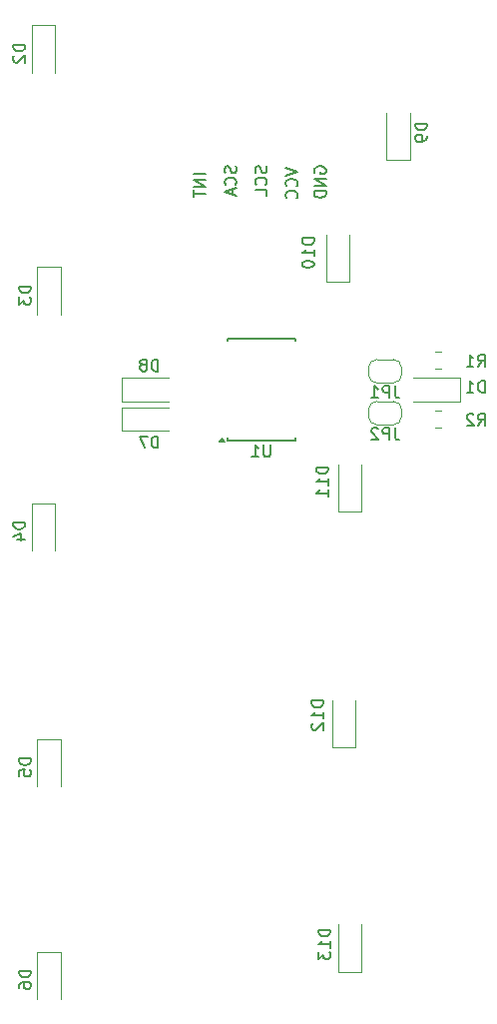
<source format=gbr>
%TF.GenerationSoftware,KiCad,Pcbnew,8.0.4-8.0.4-0~ubuntu22.04.1*%
%TF.CreationDate,2024-08-25T02:19:09+02:00*%
%TF.ProjectId,Deck-Btns,4465636b-2d42-4746-9e73-2e6b69636164,rev?*%
%TF.SameCoordinates,PX5ab1c60PY510ff40*%
%TF.FileFunction,Legend,Bot*%
%TF.FilePolarity,Positive*%
%FSLAX46Y46*%
G04 Gerber Fmt 4.6, Leading zero omitted, Abs format (unit mm)*
G04 Created by KiCad (PCBNEW 8.0.4-8.0.4-0~ubuntu22.04.1) date 2024-08-25 02:19:09*
%MOMM*%
%LPD*%
G01*
G04 APERTURE LIST*
%ADD10C,0.150000*%
%ADD11C,0.120000*%
G04 APERTURE END LIST*
D10*
X-2274300Y28910840D02*
X-2226681Y28767983D01*
X-2226681Y28767983D02*
X-2226681Y28529888D01*
X-2226681Y28529888D02*
X-2274300Y28434650D01*
X-2274300Y28434650D02*
X-2321920Y28387031D01*
X-2321920Y28387031D02*
X-2417158Y28339412D01*
X-2417158Y28339412D02*
X-2512396Y28339412D01*
X-2512396Y28339412D02*
X-2607634Y28387031D01*
X-2607634Y28387031D02*
X-2655253Y28434650D01*
X-2655253Y28434650D02*
X-2702872Y28529888D01*
X-2702872Y28529888D02*
X-2750491Y28720364D01*
X-2750491Y28720364D02*
X-2798110Y28815602D01*
X-2798110Y28815602D02*
X-2845729Y28863221D01*
X-2845729Y28863221D02*
X-2940967Y28910840D01*
X-2940967Y28910840D02*
X-3036205Y28910840D01*
X-3036205Y28910840D02*
X-3131443Y28863221D01*
X-3131443Y28863221D02*
X-3179062Y28815602D01*
X-3179062Y28815602D02*
X-3226681Y28720364D01*
X-3226681Y28720364D02*
X-3226681Y28482269D01*
X-3226681Y28482269D02*
X-3179062Y28339412D01*
X-2321920Y27339412D02*
X-2274300Y27387031D01*
X-2274300Y27387031D02*
X-2226681Y27529888D01*
X-2226681Y27529888D02*
X-2226681Y27625126D01*
X-2226681Y27625126D02*
X-2274300Y27767983D01*
X-2274300Y27767983D02*
X-2369539Y27863221D01*
X-2369539Y27863221D02*
X-2464777Y27910840D01*
X-2464777Y27910840D02*
X-2655253Y27958459D01*
X-2655253Y27958459D02*
X-2798110Y27958459D01*
X-2798110Y27958459D02*
X-2988586Y27910840D01*
X-2988586Y27910840D02*
X-3083824Y27863221D01*
X-3083824Y27863221D02*
X-3179062Y27767983D01*
X-3179062Y27767983D02*
X-3226681Y27625126D01*
X-3226681Y27625126D02*
X-3226681Y27529888D01*
X-3226681Y27529888D02*
X-3179062Y27387031D01*
X-3179062Y27387031D02*
X-3131443Y27339412D01*
X-2512396Y26958459D02*
X-2512396Y26482269D01*
X-2226681Y27053697D02*
X-3226681Y26720364D01*
X-3226681Y26720364D02*
X-2226681Y26387031D01*
X4420938Y28339412D02*
X4373319Y28434650D01*
X4373319Y28434650D02*
X4373319Y28577507D01*
X4373319Y28577507D02*
X4420938Y28720364D01*
X4420938Y28720364D02*
X4516176Y28815602D01*
X4516176Y28815602D02*
X4611414Y28863221D01*
X4611414Y28863221D02*
X4801890Y28910840D01*
X4801890Y28910840D02*
X4944747Y28910840D01*
X4944747Y28910840D02*
X5135223Y28863221D01*
X5135223Y28863221D02*
X5230461Y28815602D01*
X5230461Y28815602D02*
X5325700Y28720364D01*
X5325700Y28720364D02*
X5373319Y28577507D01*
X5373319Y28577507D02*
X5373319Y28482269D01*
X5373319Y28482269D02*
X5325700Y28339412D01*
X5325700Y28339412D02*
X5278080Y28291793D01*
X5278080Y28291793D02*
X4944747Y28291793D01*
X4944747Y28291793D02*
X4944747Y28482269D01*
X5373319Y27863221D02*
X4373319Y27863221D01*
X4373319Y27863221D02*
X5373319Y27291793D01*
X5373319Y27291793D02*
X4373319Y27291793D01*
X5373319Y26815602D02*
X4373319Y26815602D01*
X4373319Y26815602D02*
X4373319Y26577507D01*
X4373319Y26577507D02*
X4420938Y26434650D01*
X4420938Y26434650D02*
X4516176Y26339412D01*
X4516176Y26339412D02*
X4611414Y26291793D01*
X4611414Y26291793D02*
X4801890Y26244174D01*
X4801890Y26244174D02*
X4944747Y26244174D01*
X4944747Y26244174D02*
X5135223Y26291793D01*
X5135223Y26291793D02*
X5230461Y26339412D01*
X5230461Y26339412D02*
X5325700Y26434650D01*
X5325700Y26434650D02*
X5373319Y26577507D01*
X5373319Y26577507D02*
X5373319Y26815602D01*
X325700Y28910840D02*
X373319Y28767983D01*
X373319Y28767983D02*
X373319Y28529888D01*
X373319Y28529888D02*
X325700Y28434650D01*
X325700Y28434650D02*
X278080Y28387031D01*
X278080Y28387031D02*
X182842Y28339412D01*
X182842Y28339412D02*
X87604Y28339412D01*
X87604Y28339412D02*
X-7634Y28387031D01*
X-7634Y28387031D02*
X-55253Y28434650D01*
X-55253Y28434650D02*
X-102872Y28529888D01*
X-102872Y28529888D02*
X-150491Y28720364D01*
X-150491Y28720364D02*
X-198110Y28815602D01*
X-198110Y28815602D02*
X-245729Y28863221D01*
X-245729Y28863221D02*
X-340967Y28910840D01*
X-340967Y28910840D02*
X-436205Y28910840D01*
X-436205Y28910840D02*
X-531443Y28863221D01*
X-531443Y28863221D02*
X-579062Y28815602D01*
X-579062Y28815602D02*
X-626681Y28720364D01*
X-626681Y28720364D02*
X-626681Y28482269D01*
X-626681Y28482269D02*
X-579062Y28339412D01*
X278080Y27339412D02*
X325700Y27387031D01*
X325700Y27387031D02*
X373319Y27529888D01*
X373319Y27529888D02*
X373319Y27625126D01*
X373319Y27625126D02*
X325700Y27767983D01*
X325700Y27767983D02*
X230461Y27863221D01*
X230461Y27863221D02*
X135223Y27910840D01*
X135223Y27910840D02*
X-55253Y27958459D01*
X-55253Y27958459D02*
X-198110Y27958459D01*
X-198110Y27958459D02*
X-388586Y27910840D01*
X-388586Y27910840D02*
X-483824Y27863221D01*
X-483824Y27863221D02*
X-579062Y27767983D01*
X-579062Y27767983D02*
X-626681Y27625126D01*
X-626681Y27625126D02*
X-626681Y27529888D01*
X-626681Y27529888D02*
X-579062Y27387031D01*
X-579062Y27387031D02*
X-531443Y27339412D01*
X373319Y26434650D02*
X373319Y26910840D01*
X373319Y26910840D02*
X-626681Y26910840D01*
X-4826681Y28263221D02*
X-5826681Y28263221D01*
X-4826681Y27787031D02*
X-5826681Y27787031D01*
X-5826681Y27787031D02*
X-4826681Y27215603D01*
X-4826681Y27215603D02*
X-5826681Y27215603D01*
X-5826681Y26882269D02*
X-5826681Y26310841D01*
X-4826681Y26596555D02*
X-5826681Y26596555D01*
X1973319Y28806078D02*
X2973319Y28472745D01*
X2973319Y28472745D02*
X1973319Y28139412D01*
X2878080Y27234650D02*
X2925700Y27282269D01*
X2925700Y27282269D02*
X2973319Y27425126D01*
X2973319Y27425126D02*
X2973319Y27520364D01*
X2973319Y27520364D02*
X2925700Y27663221D01*
X2925700Y27663221D02*
X2830461Y27758459D01*
X2830461Y27758459D02*
X2735223Y27806078D01*
X2735223Y27806078D02*
X2544747Y27853697D01*
X2544747Y27853697D02*
X2401890Y27853697D01*
X2401890Y27853697D02*
X2211414Y27806078D01*
X2211414Y27806078D02*
X2116176Y27758459D01*
X2116176Y27758459D02*
X2020938Y27663221D01*
X2020938Y27663221D02*
X1973319Y27520364D01*
X1973319Y27520364D02*
X1973319Y27425126D01*
X1973319Y27425126D02*
X2020938Y27282269D01*
X2020938Y27282269D02*
X2068557Y27234650D01*
X2878080Y26234650D02*
X2925700Y26282269D01*
X2925700Y26282269D02*
X2973319Y26425126D01*
X2973319Y26425126D02*
X2973319Y26520364D01*
X2973319Y26520364D02*
X2925700Y26663221D01*
X2925700Y26663221D02*
X2830461Y26758459D01*
X2830461Y26758459D02*
X2735223Y26806078D01*
X2735223Y26806078D02*
X2544747Y26853697D01*
X2544747Y26853697D02*
X2401890Y26853697D01*
X2401890Y26853697D02*
X2211414Y26806078D01*
X2211414Y26806078D02*
X2116176Y26758459D01*
X2116176Y26758459D02*
X2020938Y26663221D01*
X2020938Y26663221D02*
X1973319Y26520364D01*
X1973319Y26520364D02*
X1973319Y26425126D01*
X1973319Y26425126D02*
X2020938Y26282269D01*
X2020938Y26282269D02*
X2068557Y26234650D01*
X-20145181Y39238095D02*
X-21145181Y39238095D01*
X-21145181Y39238095D02*
X-21145181Y39000000D01*
X-21145181Y39000000D02*
X-21097562Y38857143D01*
X-21097562Y38857143D02*
X-21002324Y38761905D01*
X-21002324Y38761905D02*
X-20907086Y38714286D01*
X-20907086Y38714286D02*
X-20716610Y38666667D01*
X-20716610Y38666667D02*
X-20573753Y38666667D01*
X-20573753Y38666667D02*
X-20383277Y38714286D01*
X-20383277Y38714286D02*
X-20288039Y38761905D01*
X-20288039Y38761905D02*
X-20192800Y38857143D01*
X-20192800Y38857143D02*
X-20145181Y39000000D01*
X-20145181Y39000000D02*
X-20145181Y39238095D01*
X-21049943Y38285714D02*
X-21097562Y38238095D01*
X-21097562Y38238095D02*
X-21145181Y38142857D01*
X-21145181Y38142857D02*
X-21145181Y37904762D01*
X-21145181Y37904762D02*
X-21097562Y37809524D01*
X-21097562Y37809524D02*
X-21049943Y37761905D01*
X-21049943Y37761905D02*
X-20954705Y37714286D01*
X-20954705Y37714286D02*
X-20859467Y37714286D01*
X-20859467Y37714286D02*
X-20716610Y37761905D01*
X-20716610Y37761905D02*
X-20145181Y38333333D01*
X-20145181Y38333333D02*
X-20145181Y37714286D01*
X5554819Y3414286D02*
X4554819Y3414286D01*
X4554819Y3414286D02*
X4554819Y3176191D01*
X4554819Y3176191D02*
X4602438Y3033334D01*
X4602438Y3033334D02*
X4697676Y2938096D01*
X4697676Y2938096D02*
X4792914Y2890477D01*
X4792914Y2890477D02*
X4983390Y2842858D01*
X4983390Y2842858D02*
X5126247Y2842858D01*
X5126247Y2842858D02*
X5316723Y2890477D01*
X5316723Y2890477D02*
X5411961Y2938096D01*
X5411961Y2938096D02*
X5507200Y3033334D01*
X5507200Y3033334D02*
X5554819Y3176191D01*
X5554819Y3176191D02*
X5554819Y3414286D01*
X5554819Y1890477D02*
X5554819Y2461905D01*
X5554819Y2176191D02*
X4554819Y2176191D01*
X4554819Y2176191D02*
X4697676Y2271429D01*
X4697676Y2271429D02*
X4792914Y2366667D01*
X4792914Y2366667D02*
X4840533Y2461905D01*
X5554819Y938096D02*
X5554819Y1509524D01*
X5554819Y1223810D02*
X4554819Y1223810D01*
X4554819Y1223810D02*
X4697676Y1319048D01*
X4697676Y1319048D02*
X4792914Y1414286D01*
X4792914Y1414286D02*
X4840533Y1509524D01*
X18266666Y11945181D02*
X18599999Y12421372D01*
X18838094Y11945181D02*
X18838094Y12945181D01*
X18838094Y12945181D02*
X18457142Y12945181D01*
X18457142Y12945181D02*
X18361904Y12897562D01*
X18361904Y12897562D02*
X18314285Y12849943D01*
X18314285Y12849943D02*
X18266666Y12754705D01*
X18266666Y12754705D02*
X18266666Y12611848D01*
X18266666Y12611848D02*
X18314285Y12516610D01*
X18314285Y12516610D02*
X18361904Y12468991D01*
X18361904Y12468991D02*
X18457142Y12421372D01*
X18457142Y12421372D02*
X18838094Y12421372D01*
X17314285Y11945181D02*
X17885713Y11945181D01*
X17599999Y11945181D02*
X17599999Y12945181D01*
X17599999Y12945181D02*
X17695237Y12802324D01*
X17695237Y12802324D02*
X17790475Y12707086D01*
X17790475Y12707086D02*
X17885713Y12659467D01*
X5154819Y-16385714D02*
X4154819Y-16385714D01*
X4154819Y-16385714D02*
X4154819Y-16623809D01*
X4154819Y-16623809D02*
X4202438Y-16766666D01*
X4202438Y-16766666D02*
X4297676Y-16861904D01*
X4297676Y-16861904D02*
X4392914Y-16909523D01*
X4392914Y-16909523D02*
X4583390Y-16957142D01*
X4583390Y-16957142D02*
X4726247Y-16957142D01*
X4726247Y-16957142D02*
X4916723Y-16909523D01*
X4916723Y-16909523D02*
X5011961Y-16861904D01*
X5011961Y-16861904D02*
X5107200Y-16766666D01*
X5107200Y-16766666D02*
X5154819Y-16623809D01*
X5154819Y-16623809D02*
X5154819Y-16385714D01*
X5154819Y-17909523D02*
X5154819Y-17338095D01*
X5154819Y-17623809D02*
X4154819Y-17623809D01*
X4154819Y-17623809D02*
X4297676Y-17528571D01*
X4297676Y-17528571D02*
X4392914Y-17433333D01*
X4392914Y-17433333D02*
X4440533Y-17338095D01*
X4250057Y-18290476D02*
X4202438Y-18338095D01*
X4202438Y-18338095D02*
X4154819Y-18433333D01*
X4154819Y-18433333D02*
X4154819Y-18671428D01*
X4154819Y-18671428D02*
X4202438Y-18766666D01*
X4202438Y-18766666D02*
X4250057Y-18814285D01*
X4250057Y-18814285D02*
X4345295Y-18861904D01*
X4345295Y-18861904D02*
X4440533Y-18861904D01*
X4440533Y-18861904D02*
X4583390Y-18814285D01*
X4583390Y-18814285D02*
X5154819Y-18242857D01*
X5154819Y-18242857D02*
X5154819Y-18861904D01*
X-19645181Y-39261905D02*
X-20645181Y-39261905D01*
X-20645181Y-39261905D02*
X-20645181Y-39500000D01*
X-20645181Y-39500000D02*
X-20597562Y-39642857D01*
X-20597562Y-39642857D02*
X-20502324Y-39738095D01*
X-20502324Y-39738095D02*
X-20407086Y-39785714D01*
X-20407086Y-39785714D02*
X-20216610Y-39833333D01*
X-20216610Y-39833333D02*
X-20073753Y-39833333D01*
X-20073753Y-39833333D02*
X-19883277Y-39785714D01*
X-19883277Y-39785714D02*
X-19788039Y-39738095D01*
X-19788039Y-39738095D02*
X-19692800Y-39642857D01*
X-19692800Y-39642857D02*
X-19645181Y-39500000D01*
X-19645181Y-39500000D02*
X-19645181Y-39261905D01*
X-20645181Y-40690476D02*
X-20645181Y-40500000D01*
X-20645181Y-40500000D02*
X-20597562Y-40404762D01*
X-20597562Y-40404762D02*
X-20549943Y-40357143D01*
X-20549943Y-40357143D02*
X-20407086Y-40261905D01*
X-20407086Y-40261905D02*
X-20216610Y-40214286D01*
X-20216610Y-40214286D02*
X-19835658Y-40214286D01*
X-19835658Y-40214286D02*
X-19740420Y-40261905D01*
X-19740420Y-40261905D02*
X-19692800Y-40309524D01*
X-19692800Y-40309524D02*
X-19645181Y-40404762D01*
X-19645181Y-40404762D02*
X-19645181Y-40595238D01*
X-19645181Y-40595238D02*
X-19692800Y-40690476D01*
X-19692800Y-40690476D02*
X-19740420Y-40738095D01*
X-19740420Y-40738095D02*
X-19835658Y-40785714D01*
X-19835658Y-40785714D02*
X-20073753Y-40785714D01*
X-20073753Y-40785714D02*
X-20168991Y-40738095D01*
X-20168991Y-40738095D02*
X-20216610Y-40690476D01*
X-20216610Y-40690476D02*
X-20264229Y-40595238D01*
X-20264229Y-40595238D02*
X-20264229Y-40404762D01*
X-20264229Y-40404762D02*
X-20216610Y-40309524D01*
X-20216610Y-40309524D02*
X-20168991Y-40261905D01*
X-20168991Y-40261905D02*
X-20073753Y-40214286D01*
X5754819Y-35785714D02*
X4754819Y-35785714D01*
X4754819Y-35785714D02*
X4754819Y-36023809D01*
X4754819Y-36023809D02*
X4802438Y-36166666D01*
X4802438Y-36166666D02*
X4897676Y-36261904D01*
X4897676Y-36261904D02*
X4992914Y-36309523D01*
X4992914Y-36309523D02*
X5183390Y-36357142D01*
X5183390Y-36357142D02*
X5326247Y-36357142D01*
X5326247Y-36357142D02*
X5516723Y-36309523D01*
X5516723Y-36309523D02*
X5611961Y-36261904D01*
X5611961Y-36261904D02*
X5707200Y-36166666D01*
X5707200Y-36166666D02*
X5754819Y-36023809D01*
X5754819Y-36023809D02*
X5754819Y-35785714D01*
X5754819Y-37309523D02*
X5754819Y-36738095D01*
X5754819Y-37023809D02*
X4754819Y-37023809D01*
X4754819Y-37023809D02*
X4897676Y-36928571D01*
X4897676Y-36928571D02*
X4992914Y-36833333D01*
X4992914Y-36833333D02*
X5040533Y-36738095D01*
X4754819Y-37642857D02*
X4754819Y-38261904D01*
X4754819Y-38261904D02*
X5135771Y-37928571D01*
X5135771Y-37928571D02*
X5135771Y-38071428D01*
X5135771Y-38071428D02*
X5183390Y-38166666D01*
X5183390Y-38166666D02*
X5231009Y-38214285D01*
X5231009Y-38214285D02*
X5326247Y-38261904D01*
X5326247Y-38261904D02*
X5564342Y-38261904D01*
X5564342Y-38261904D02*
X5659580Y-38214285D01*
X5659580Y-38214285D02*
X5707200Y-38166666D01*
X5707200Y-38166666D02*
X5754819Y-38071428D01*
X5754819Y-38071428D02*
X5754819Y-37785714D01*
X5754819Y-37785714D02*
X5707200Y-37690476D01*
X5707200Y-37690476D02*
X5659580Y-37642857D01*
X11233333Y6745181D02*
X11233333Y6030896D01*
X11233333Y6030896D02*
X11280952Y5888039D01*
X11280952Y5888039D02*
X11376190Y5792800D01*
X11376190Y5792800D02*
X11519047Y5745181D01*
X11519047Y5745181D02*
X11614285Y5745181D01*
X10757142Y5745181D02*
X10757142Y6745181D01*
X10757142Y6745181D02*
X10376190Y6745181D01*
X10376190Y6745181D02*
X10280952Y6697562D01*
X10280952Y6697562D02*
X10233333Y6649943D01*
X10233333Y6649943D02*
X10185714Y6554705D01*
X10185714Y6554705D02*
X10185714Y6411848D01*
X10185714Y6411848D02*
X10233333Y6316610D01*
X10233333Y6316610D02*
X10280952Y6268991D01*
X10280952Y6268991D02*
X10376190Y6221372D01*
X10376190Y6221372D02*
X10757142Y6221372D01*
X9804761Y6649943D02*
X9757142Y6697562D01*
X9757142Y6697562D02*
X9661904Y6745181D01*
X9661904Y6745181D02*
X9423809Y6745181D01*
X9423809Y6745181D02*
X9328571Y6697562D01*
X9328571Y6697562D02*
X9280952Y6649943D01*
X9280952Y6649943D02*
X9233333Y6554705D01*
X9233333Y6554705D02*
X9233333Y6459467D01*
X9233333Y6459467D02*
X9280952Y6316610D01*
X9280952Y6316610D02*
X9852380Y5745181D01*
X9852380Y5745181D02*
X9233333Y5745181D01*
X-8861906Y11545181D02*
X-8861906Y12545181D01*
X-8861906Y12545181D02*
X-9100001Y12545181D01*
X-9100001Y12545181D02*
X-9242858Y12497562D01*
X-9242858Y12497562D02*
X-9338096Y12402324D01*
X-9338096Y12402324D02*
X-9385715Y12307086D01*
X-9385715Y12307086D02*
X-9433334Y12116610D01*
X-9433334Y12116610D02*
X-9433334Y11973753D01*
X-9433334Y11973753D02*
X-9385715Y11783277D01*
X-9385715Y11783277D02*
X-9338096Y11688039D01*
X-9338096Y11688039D02*
X-9242858Y11592800D01*
X-9242858Y11592800D02*
X-9100001Y11545181D01*
X-9100001Y11545181D02*
X-8861906Y11545181D01*
X-10004763Y12116610D02*
X-9909525Y12164229D01*
X-9909525Y12164229D02*
X-9861906Y12211848D01*
X-9861906Y12211848D02*
X-9814287Y12307086D01*
X-9814287Y12307086D02*
X-9814287Y12354705D01*
X-9814287Y12354705D02*
X-9861906Y12449943D01*
X-9861906Y12449943D02*
X-9909525Y12497562D01*
X-9909525Y12497562D02*
X-10004763Y12545181D01*
X-10004763Y12545181D02*
X-10195239Y12545181D01*
X-10195239Y12545181D02*
X-10290477Y12497562D01*
X-10290477Y12497562D02*
X-10338096Y12449943D01*
X-10338096Y12449943D02*
X-10385715Y12354705D01*
X-10385715Y12354705D02*
X-10385715Y12307086D01*
X-10385715Y12307086D02*
X-10338096Y12211848D01*
X-10338096Y12211848D02*
X-10290477Y12164229D01*
X-10290477Y12164229D02*
X-10195239Y12116610D01*
X-10195239Y12116610D02*
X-10004763Y12116610D01*
X-10004763Y12116610D02*
X-9909525Y12068991D01*
X-9909525Y12068991D02*
X-9861906Y12021372D01*
X-9861906Y12021372D02*
X-9814287Y11926134D01*
X-9814287Y11926134D02*
X-9814287Y11735658D01*
X-9814287Y11735658D02*
X-9861906Y11640420D01*
X-9861906Y11640420D02*
X-9909525Y11592800D01*
X-9909525Y11592800D02*
X-10004763Y11545181D01*
X-10004763Y11545181D02*
X-10195239Y11545181D01*
X-10195239Y11545181D02*
X-10290477Y11592800D01*
X-10290477Y11592800D02*
X-10338096Y11640420D01*
X-10338096Y11640420D02*
X-10385715Y11735658D01*
X-10385715Y11735658D02*
X-10385715Y11926134D01*
X-10385715Y11926134D02*
X-10338096Y12021372D01*
X-10338096Y12021372D02*
X-10290477Y12068991D01*
X-10290477Y12068991D02*
X-10195239Y12116610D01*
X-19645181Y18738095D02*
X-20645181Y18738095D01*
X-20645181Y18738095D02*
X-20645181Y18500000D01*
X-20645181Y18500000D02*
X-20597562Y18357143D01*
X-20597562Y18357143D02*
X-20502324Y18261905D01*
X-20502324Y18261905D02*
X-20407086Y18214286D01*
X-20407086Y18214286D02*
X-20216610Y18166667D01*
X-20216610Y18166667D02*
X-20073753Y18166667D01*
X-20073753Y18166667D02*
X-19883277Y18214286D01*
X-19883277Y18214286D02*
X-19788039Y18261905D01*
X-19788039Y18261905D02*
X-19692800Y18357143D01*
X-19692800Y18357143D02*
X-19645181Y18500000D01*
X-19645181Y18500000D02*
X-19645181Y18738095D01*
X-20645181Y17833333D02*
X-20645181Y17214286D01*
X-20645181Y17214286D02*
X-20264229Y17547619D01*
X-20264229Y17547619D02*
X-20264229Y17404762D01*
X-20264229Y17404762D02*
X-20216610Y17309524D01*
X-20216610Y17309524D02*
X-20168991Y17261905D01*
X-20168991Y17261905D02*
X-20073753Y17214286D01*
X-20073753Y17214286D02*
X-19835658Y17214286D01*
X-19835658Y17214286D02*
X-19740420Y17261905D01*
X-19740420Y17261905D02*
X-19692800Y17309524D01*
X-19692800Y17309524D02*
X-19645181Y17404762D01*
X-19645181Y17404762D02*
X-19645181Y17690476D01*
X-19645181Y17690476D02*
X-19692800Y17785714D01*
X-19692800Y17785714D02*
X-19740420Y17833333D01*
X661904Y5295181D02*
X661904Y4485658D01*
X661904Y4485658D02*
X614285Y4390420D01*
X614285Y4390420D02*
X566666Y4342800D01*
X566666Y4342800D02*
X471428Y4295181D01*
X471428Y4295181D02*
X280952Y4295181D01*
X280952Y4295181D02*
X185714Y4342800D01*
X185714Y4342800D02*
X138095Y4390420D01*
X138095Y4390420D02*
X90476Y4485658D01*
X90476Y4485658D02*
X90476Y5295181D01*
X-909524Y4295181D02*
X-338096Y4295181D01*
X-623810Y4295181D02*
X-623810Y5295181D01*
X-623810Y5295181D02*
X-528572Y5152324D01*
X-528572Y5152324D02*
X-433334Y5057086D01*
X-433334Y5057086D02*
X-338096Y5009467D01*
X-20145181Y-1261905D02*
X-21145181Y-1261905D01*
X-21145181Y-1261905D02*
X-21145181Y-1500000D01*
X-21145181Y-1500000D02*
X-21097562Y-1642857D01*
X-21097562Y-1642857D02*
X-21002324Y-1738095D01*
X-21002324Y-1738095D02*
X-20907086Y-1785714D01*
X-20907086Y-1785714D02*
X-20716610Y-1833333D01*
X-20716610Y-1833333D02*
X-20573753Y-1833333D01*
X-20573753Y-1833333D02*
X-20383277Y-1785714D01*
X-20383277Y-1785714D02*
X-20288039Y-1738095D01*
X-20288039Y-1738095D02*
X-20192800Y-1642857D01*
X-20192800Y-1642857D02*
X-20145181Y-1500000D01*
X-20145181Y-1500000D02*
X-20145181Y-1261905D01*
X-20811848Y-2690476D02*
X-20145181Y-2690476D01*
X-21192800Y-2452381D02*
X-20478515Y-2214286D01*
X-20478515Y-2214286D02*
X-20478515Y-2833333D01*
X18838094Y9745181D02*
X18838094Y10745181D01*
X18838094Y10745181D02*
X18599999Y10745181D01*
X18599999Y10745181D02*
X18457142Y10697562D01*
X18457142Y10697562D02*
X18361904Y10602324D01*
X18361904Y10602324D02*
X18314285Y10507086D01*
X18314285Y10507086D02*
X18266666Y10316610D01*
X18266666Y10316610D02*
X18266666Y10173753D01*
X18266666Y10173753D02*
X18314285Y9983277D01*
X18314285Y9983277D02*
X18361904Y9888039D01*
X18361904Y9888039D02*
X18457142Y9792800D01*
X18457142Y9792800D02*
X18599999Y9745181D01*
X18599999Y9745181D02*
X18838094Y9745181D01*
X17314285Y9745181D02*
X17885713Y9745181D01*
X17599999Y9745181D02*
X17599999Y10745181D01*
X17599999Y10745181D02*
X17695237Y10602324D01*
X17695237Y10602324D02*
X17790475Y10507086D01*
X17790475Y10507086D02*
X17885713Y10459467D01*
X11233333Y10295181D02*
X11233333Y9580896D01*
X11233333Y9580896D02*
X11280952Y9438039D01*
X11280952Y9438039D02*
X11376190Y9342800D01*
X11376190Y9342800D02*
X11519047Y9295181D01*
X11519047Y9295181D02*
X11614285Y9295181D01*
X10757142Y9295181D02*
X10757142Y10295181D01*
X10757142Y10295181D02*
X10376190Y10295181D01*
X10376190Y10295181D02*
X10280952Y10247562D01*
X10280952Y10247562D02*
X10233333Y10199943D01*
X10233333Y10199943D02*
X10185714Y10104705D01*
X10185714Y10104705D02*
X10185714Y9961848D01*
X10185714Y9961848D02*
X10233333Y9866610D01*
X10233333Y9866610D02*
X10280952Y9818991D01*
X10280952Y9818991D02*
X10376190Y9771372D01*
X10376190Y9771372D02*
X10757142Y9771372D01*
X9233333Y9295181D02*
X9804761Y9295181D01*
X9519047Y9295181D02*
X9519047Y10295181D01*
X9519047Y10295181D02*
X9614285Y10152324D01*
X9614285Y10152324D02*
X9709523Y10057086D01*
X9709523Y10057086D02*
X9804761Y10009467D01*
X-19645181Y-21261905D02*
X-20645181Y-21261905D01*
X-20645181Y-21261905D02*
X-20645181Y-21500000D01*
X-20645181Y-21500000D02*
X-20597562Y-21642857D01*
X-20597562Y-21642857D02*
X-20502324Y-21738095D01*
X-20502324Y-21738095D02*
X-20407086Y-21785714D01*
X-20407086Y-21785714D02*
X-20216610Y-21833333D01*
X-20216610Y-21833333D02*
X-20073753Y-21833333D01*
X-20073753Y-21833333D02*
X-19883277Y-21785714D01*
X-19883277Y-21785714D02*
X-19788039Y-21738095D01*
X-19788039Y-21738095D02*
X-19692800Y-21642857D01*
X-19692800Y-21642857D02*
X-19645181Y-21500000D01*
X-19645181Y-21500000D02*
X-19645181Y-21261905D01*
X-20645181Y-22738095D02*
X-20645181Y-22261905D01*
X-20645181Y-22261905D02*
X-20168991Y-22214286D01*
X-20168991Y-22214286D02*
X-20216610Y-22261905D01*
X-20216610Y-22261905D02*
X-20264229Y-22357143D01*
X-20264229Y-22357143D02*
X-20264229Y-22595238D01*
X-20264229Y-22595238D02*
X-20216610Y-22690476D01*
X-20216610Y-22690476D02*
X-20168991Y-22738095D01*
X-20168991Y-22738095D02*
X-20073753Y-22785714D01*
X-20073753Y-22785714D02*
X-19835658Y-22785714D01*
X-19835658Y-22785714D02*
X-19740420Y-22738095D01*
X-19740420Y-22738095D02*
X-19692800Y-22690476D01*
X-19692800Y-22690476D02*
X-19645181Y-22595238D01*
X-19645181Y-22595238D02*
X-19645181Y-22357143D01*
X-19645181Y-22357143D02*
X-19692800Y-22261905D01*
X-19692800Y-22261905D02*
X-19740420Y-22214286D01*
X13954819Y32538095D02*
X12954819Y32538095D01*
X12954819Y32538095D02*
X12954819Y32300000D01*
X12954819Y32300000D02*
X13002438Y32157143D01*
X13002438Y32157143D02*
X13097676Y32061905D01*
X13097676Y32061905D02*
X13192914Y32014286D01*
X13192914Y32014286D02*
X13383390Y31966667D01*
X13383390Y31966667D02*
X13526247Y31966667D01*
X13526247Y31966667D02*
X13716723Y32014286D01*
X13716723Y32014286D02*
X13811961Y32061905D01*
X13811961Y32061905D02*
X13907200Y32157143D01*
X13907200Y32157143D02*
X13954819Y32300000D01*
X13954819Y32300000D02*
X13954819Y32538095D01*
X13954819Y31490476D02*
X13954819Y31300000D01*
X13954819Y31300000D02*
X13907200Y31204762D01*
X13907200Y31204762D02*
X13859580Y31157143D01*
X13859580Y31157143D02*
X13716723Y31061905D01*
X13716723Y31061905D02*
X13526247Y31014286D01*
X13526247Y31014286D02*
X13145295Y31014286D01*
X13145295Y31014286D02*
X13050057Y31061905D01*
X13050057Y31061905D02*
X13002438Y31109524D01*
X13002438Y31109524D02*
X12954819Y31204762D01*
X12954819Y31204762D02*
X12954819Y31395238D01*
X12954819Y31395238D02*
X13002438Y31490476D01*
X13002438Y31490476D02*
X13050057Y31538095D01*
X13050057Y31538095D02*
X13145295Y31585714D01*
X13145295Y31585714D02*
X13383390Y31585714D01*
X13383390Y31585714D02*
X13478628Y31538095D01*
X13478628Y31538095D02*
X13526247Y31490476D01*
X13526247Y31490476D02*
X13573866Y31395238D01*
X13573866Y31395238D02*
X13573866Y31204762D01*
X13573866Y31204762D02*
X13526247Y31109524D01*
X13526247Y31109524D02*
X13478628Y31061905D01*
X13478628Y31061905D02*
X13383390Y31014286D01*
X18266666Y6945181D02*
X18599999Y7421372D01*
X18838094Y6945181D02*
X18838094Y7945181D01*
X18838094Y7945181D02*
X18457142Y7945181D01*
X18457142Y7945181D02*
X18361904Y7897562D01*
X18361904Y7897562D02*
X18314285Y7849943D01*
X18314285Y7849943D02*
X18266666Y7754705D01*
X18266666Y7754705D02*
X18266666Y7611848D01*
X18266666Y7611848D02*
X18314285Y7516610D01*
X18314285Y7516610D02*
X18361904Y7468991D01*
X18361904Y7468991D02*
X18457142Y7421372D01*
X18457142Y7421372D02*
X18838094Y7421372D01*
X17885713Y7849943D02*
X17838094Y7897562D01*
X17838094Y7897562D02*
X17742856Y7945181D01*
X17742856Y7945181D02*
X17504761Y7945181D01*
X17504761Y7945181D02*
X17409523Y7897562D01*
X17409523Y7897562D02*
X17361904Y7849943D01*
X17361904Y7849943D02*
X17314285Y7754705D01*
X17314285Y7754705D02*
X17314285Y7659467D01*
X17314285Y7659467D02*
X17361904Y7516610D01*
X17361904Y7516610D02*
X17933332Y6945181D01*
X17933332Y6945181D02*
X17314285Y6945181D01*
X4354819Y22814286D02*
X3354819Y22814286D01*
X3354819Y22814286D02*
X3354819Y22576191D01*
X3354819Y22576191D02*
X3402438Y22433334D01*
X3402438Y22433334D02*
X3497676Y22338096D01*
X3497676Y22338096D02*
X3592914Y22290477D01*
X3592914Y22290477D02*
X3783390Y22242858D01*
X3783390Y22242858D02*
X3926247Y22242858D01*
X3926247Y22242858D02*
X4116723Y22290477D01*
X4116723Y22290477D02*
X4211961Y22338096D01*
X4211961Y22338096D02*
X4307200Y22433334D01*
X4307200Y22433334D02*
X4354819Y22576191D01*
X4354819Y22576191D02*
X4354819Y22814286D01*
X4354819Y21290477D02*
X4354819Y21861905D01*
X4354819Y21576191D02*
X3354819Y21576191D01*
X3354819Y21576191D02*
X3497676Y21671429D01*
X3497676Y21671429D02*
X3592914Y21766667D01*
X3592914Y21766667D02*
X3640533Y21861905D01*
X3354819Y20671429D02*
X3354819Y20576191D01*
X3354819Y20576191D02*
X3402438Y20480953D01*
X3402438Y20480953D02*
X3450057Y20433334D01*
X3450057Y20433334D02*
X3545295Y20385715D01*
X3545295Y20385715D02*
X3735771Y20338096D01*
X3735771Y20338096D02*
X3973866Y20338096D01*
X3973866Y20338096D02*
X4164342Y20385715D01*
X4164342Y20385715D02*
X4259580Y20433334D01*
X4259580Y20433334D02*
X4307200Y20480953D01*
X4307200Y20480953D02*
X4354819Y20576191D01*
X4354819Y20576191D02*
X4354819Y20671429D01*
X4354819Y20671429D02*
X4307200Y20766667D01*
X4307200Y20766667D02*
X4259580Y20814286D01*
X4259580Y20814286D02*
X4164342Y20861905D01*
X4164342Y20861905D02*
X3973866Y20909524D01*
X3973866Y20909524D02*
X3735771Y20909524D01*
X3735771Y20909524D02*
X3545295Y20861905D01*
X3545295Y20861905D02*
X3450057Y20814286D01*
X3450057Y20814286D02*
X3402438Y20766667D01*
X3402438Y20766667D02*
X3354819Y20671429D01*
X-8861906Y5045181D02*
X-8861906Y6045181D01*
X-8861906Y6045181D02*
X-9100001Y6045181D01*
X-9100001Y6045181D02*
X-9242858Y5997562D01*
X-9242858Y5997562D02*
X-9338096Y5902324D01*
X-9338096Y5902324D02*
X-9385715Y5807086D01*
X-9385715Y5807086D02*
X-9433334Y5616610D01*
X-9433334Y5616610D02*
X-9433334Y5473753D01*
X-9433334Y5473753D02*
X-9385715Y5283277D01*
X-9385715Y5283277D02*
X-9338096Y5188039D01*
X-9338096Y5188039D02*
X-9242858Y5092800D01*
X-9242858Y5092800D02*
X-9100001Y5045181D01*
X-9100001Y5045181D02*
X-8861906Y5045181D01*
X-9766668Y6045181D02*
X-10433334Y6045181D01*
X-10433334Y6045181D02*
X-10004763Y5045181D01*
D11*
%TO.C,D2*%
X-19600000Y36850000D02*
X-19600000Y40860000D01*
X-17600000Y40860000D02*
X-19600000Y40860000D01*
X-17600000Y36850000D02*
X-17600000Y40860000D01*
%TO.C,D11*%
X6400000Y3650000D02*
X6400000Y-360000D01*
X6400000Y-360000D02*
X8400000Y-360000D01*
X8400000Y3650000D02*
X8400000Y-360000D01*
%TO.C,R1*%
X15127064Y13235000D02*
X14672936Y13235000D01*
X15127064Y11765000D02*
X14672936Y11765000D01*
%TO.C,D12*%
X5900000Y-16350000D02*
X5900000Y-20360000D01*
X5900000Y-20360000D02*
X7900000Y-20360000D01*
X7900000Y-16350000D02*
X7900000Y-20360000D01*
%TO.C,D6*%
X-19100000Y-41650000D02*
X-19100000Y-37640000D01*
X-17100000Y-37640000D02*
X-19100000Y-37640000D01*
X-17100000Y-41650000D02*
X-17100000Y-37640000D01*
%TO.C,D13*%
X6400000Y-35350000D02*
X6400000Y-39360000D01*
X6400000Y-39360000D02*
X8400000Y-39360000D01*
X8400000Y-35350000D02*
X8400000Y-39360000D01*
%TO.C,JP2*%
X9000000Y7700000D02*
X9000000Y8300000D01*
X9700000Y9000000D02*
X11100000Y9000000D01*
X11100000Y7000000D02*
X9700000Y7000000D01*
X11800000Y8300000D02*
X11800000Y7700000D01*
X9000000Y8300000D02*
G75*
G02*
X9700000Y9000000I699999J1D01*
G01*
X9700000Y7000000D02*
G75*
G02*
X9000000Y7700000I-1J699999D01*
G01*
X11100000Y9000000D02*
G75*
G02*
X11800000Y8300000I0J-700000D01*
G01*
X11800000Y7700000D02*
G75*
G02*
X11100000Y7000000I-700000J0D01*
G01*
%TO.C,D8*%
X-11960000Y11000000D02*
X-11960000Y9000000D01*
X-7950000Y11000000D02*
X-11960000Y11000000D01*
X-7950000Y9000000D02*
X-11960000Y9000000D01*
%TO.C,D3*%
X-19100000Y16350000D02*
X-19100000Y20360000D01*
X-17100000Y20360000D02*
X-19100000Y20360000D01*
X-17100000Y16350000D02*
X-17100000Y20360000D01*
D10*
%TO.C,U1*%
X-2975000Y14100000D02*
X-2975000Y14325000D01*
X-2975000Y5900000D02*
X-2975000Y5675000D01*
X2775000Y14325000D02*
X-2975000Y14325000D01*
X2775000Y14100000D02*
X2775000Y14325000D01*
X2775000Y5900000D02*
X2775000Y5675000D01*
X2775000Y5675000D02*
X-2975000Y5675000D01*
D11*
X-3235000Y5595000D02*
X-3715000Y5595000D01*
X-3475000Y5925000D01*
X-3235000Y5595000D01*
G36*
X-3235000Y5595000D02*
G01*
X-3715000Y5595000D01*
X-3475000Y5925000D01*
X-3235000Y5595000D01*
G37*
%TO.C,D4*%
X-19600000Y-3650000D02*
X-19600000Y360000D01*
X-17600000Y360000D02*
X-19600000Y360000D01*
X-17600000Y-3650000D02*
X-17600000Y360000D01*
%TO.C,D1*%
X12750000Y11000000D02*
X16760000Y11000000D01*
X12750000Y9000000D02*
X16760000Y9000000D01*
X16760000Y9000000D02*
X16760000Y11000000D01*
%TO.C,JP1*%
X9000000Y11250000D02*
X9000000Y11850000D01*
X9700000Y12550000D02*
X11100000Y12550000D01*
X11100000Y10550000D02*
X9700000Y10550000D01*
X11800000Y11850000D02*
X11800000Y11250000D01*
X9000000Y11850000D02*
G75*
G02*
X9700000Y12550000I699999J1D01*
G01*
X9700000Y10550000D02*
G75*
G02*
X9000000Y11250000I-1J699999D01*
G01*
X11100000Y12550000D02*
G75*
G02*
X11800000Y11850000I0J-700000D01*
G01*
X11800000Y11250000D02*
G75*
G02*
X11100000Y10550000I-700000J0D01*
G01*
%TO.C,D5*%
X-19100000Y-23650000D02*
X-19100000Y-19640000D01*
X-17100000Y-19640000D02*
X-19100000Y-19640000D01*
X-17100000Y-23650000D02*
X-17100000Y-19640000D01*
%TO.C,D9*%
X10500000Y33450000D02*
X10500000Y29440000D01*
X10500000Y29440000D02*
X12500000Y29440000D01*
X12500000Y33450000D02*
X12500000Y29440000D01*
%TO.C,R2*%
X15127064Y8235000D02*
X14672936Y8235000D01*
X15127064Y6765000D02*
X14672936Y6765000D01*
%TO.C,D10*%
X5400000Y23150000D02*
X5400000Y19140000D01*
X5400000Y19140000D02*
X7400000Y19140000D01*
X7400000Y23150000D02*
X7400000Y19140000D01*
%TO.C,D7*%
X-11960000Y8500000D02*
X-11960000Y6500000D01*
X-7950000Y8500000D02*
X-11960000Y8500000D01*
X-7950000Y6500000D02*
X-11960000Y6500000D01*
%TD*%
M02*

</source>
